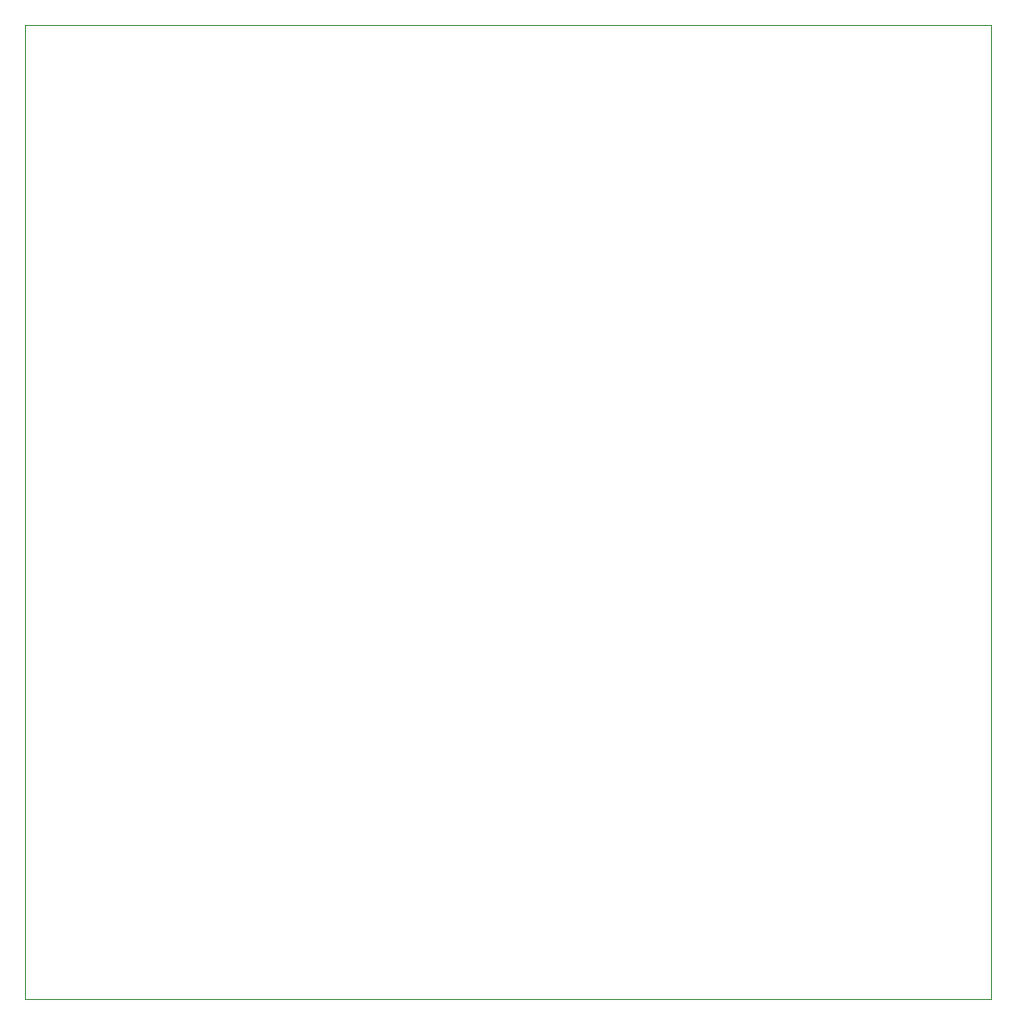
<source format=gbr>
%TF.GenerationSoftware,KiCad,Pcbnew,5.99.0-unknown-0ab82ef66~91~ubuntu20.04.1*%
%TF.CreationDate,2020-10-15T20:07:40+02:00*%
%TF.ProjectId,KeyPad-LED,4b657950-6164-42d4-9c45-442e6b696361,rev?*%
%TF.SameCoordinates,Original*%
%TF.FileFunction,Profile,NP*%
%FSLAX46Y46*%
G04 Gerber Fmt 4.6, Leading zero omitted, Abs format (unit mm)*
G04 Created by KiCad (PCBNEW 5.99.0-unknown-0ab82ef66~91~ubuntu20.04.1) date 2020-10-15 20:07:40*
%MOMM*%
%LPD*%
G01*
G04 APERTURE LIST*
%TA.AperFunction,Profile*%
%ADD10C,0.100000*%
%TD*%
G04 APERTURE END LIST*
D10*
X121285000Y-53340000D02*
X203200000Y-53340000D01*
X203200000Y-53340000D02*
X203200000Y-135890000D01*
X203200000Y-135890000D02*
X121285000Y-135890000D01*
X121285000Y-135890000D02*
X121285000Y-53340000D01*
M02*

</source>
